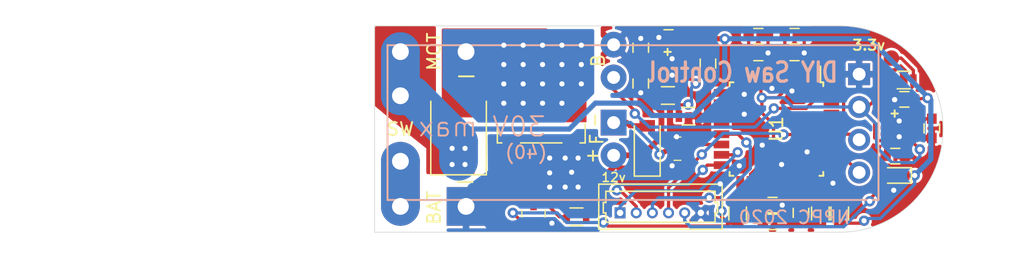
<source format=kicad_pcb>
(kicad_pcb (version 20221018) (generator pcbnew)
  (layers (0 "F.Cu" signal) (31 "B.Cu" signal) (34 "B.Paste" user) (35 "F.Paste" user) (36 "B.SilkS" user "B.Silkscreen") (37 "F.SilkS" user "F.Silkscreen") (38 "B.Mask" user) (39 "F.Mask" user) (44 "Edge.Cuts" user))
  (net 0 "")
  (net 1 "GND")
  (net 2 "+3V3")
  (net 3 "Net-(C2-Pad1)")
  (net 4 "/V_ADC")
  (net 5 "+12V")
  (net 6 "Net-(D1-Pad2)")
  (net 7 "+BATT")
  (net 8 "Net-(D2-Pad2)")
  (net 9 "/BUTTON")
  (net 10 "Net-(J2-Pad2)")
  (net 11 "/PWM")
  (net 12 "Net-(Q1-Pad3)")
  (net 13 "/FAN")
  (net 14 "Net-(U1-Pad1)")
  (net 15 "Net-(U1-Pad2)")
  (net 16 "Net-(U1-Pad7)")
  (net 17 "Net-(U1-Pad8)")
  (net 18 "Net-(U1-Pad9)")
  (net 19 "Net-(U1-Pad10)")
  (net 20 "Net-(U1-Pad11)")
  (net 21 "Net-(U1-Pad12)")
  (net 22 "Net-(U1-Pad19)")
  (net 23 "Net-(U1-Pad22)")
  (net 24 "Net-(U1-Pad24)")
  (net 25 "Net-(U1-Pad25)")
  (net 26 "Net-(U1-Pad26)")
  (net 27 "/SDA")
  (net 28 "/SCL")
  (net 29 "Net-(U1-Pad30)")
  (net 30 "Net-(U1-Pad31)")
  (net 31 "/SCK")
  (net 32 "/MISO")
  (net 33 "/MOSI")
  (net 34 "/RST")
  (net 35 "Net-(C9-Pad1)")
  (net 36 "Net-(U2-Pad4)")
  (net 37 "Net-(U2-Pad1)")
  (net 38 "Net-(U2-Pad3)")
  (net 39 "Net-(C13-Pad1)")
  (net 40 "Net-(R2-Pad2)")
  (net 41 "Net-(U3-Pad4)")
  (net 42 "Net-(U3-Pad1)")
  (net 43 "Net-(U3-Pad3)")
  (net 44 "Net-(D3-Pad2)")
  (footprint "Capacitors_SMD:C_0603" (layer "F.Cu") (at 166.5 96.1)
    (fp_text reference "C1" hide)
    (fp_text value "100n")
  )
  (footprint "Capacitors_SMD:C_0603" (layer "F.Cu") (at 164.8 107.9)
    (fp_text reference "C2" hide)
    (fp_text value "100n")
  )
  (footprint "Capacitors_SMD:C_0603" (layer "F.Cu") (at 163.7 96.1)
    (fp_text reference "C3" hide)
    (fp_text value "100n")
  )
  (footprint "Capacitors_SMD:C_0603" (layer "F.Cu") (at 166.5 94.8)
    (fp_text reference "C4" hide)
    (fp_text value "10uf")
  )
  (footprint "Capacitors_SMD:C_0603" (layer "F.Cu") (at 167 108.5 -90)
    (fp_text reference "C5" hide)
    (fp_text value "100n")
  )
  (footprint "Diodes_SMD:D_SOD-123" (layer "F.Cu") (at 155.1 103.4 90)
    (fp_text reference "D1" hide)
    (fp_text value "1N4148W" hide)
  )
  (footprint "Diodes_SMD:D_SMB" (layer "F.Cu") (at 140.5 102 90)
    (fp_text reference "D2" hide)
    (fp_text value "SS24")
  )
  (footprint "KiCadCustomLibs:Conn2pin_2.54mm" (layer "F.Cu") (at 152.5 96.73 -90)
    (fp_text reference "J1" hide)
    (fp_text value "BUTTON")
  )
  (footprint "KiCadCustomLibs:Conn_Power" (layer "F.Cu") (at 138.54 108 180)
    (fp_text reference "J2" hide)
    (fp_text value "BAT_IN")
  )
  (footprint "KiCadCustomLibs:Conn_Power" (layer "F.Cu") (at 136 101.96 90)
    (fp_text reference "J3" hide)
    (fp_text value "PWR_SW")
  )
  (footprint "KiCadCustomLibs:Conn_Power" (layer "F.Cu") (at 138.54 96)
    (fp_text reference "J5" hide)
    (fp_text value "MOTOR")
  )
  (footprint "KiCadCustomLibs:SC75-3" (layer "F.Cu") (at 146.3 108.65)
    (fp_text reference "Q1" hide)
    (fp_text value "PMR280UN" hide)
  )
  (footprint "Resistors_SMD:R_0603" (layer "F.Cu") (at 170 108.55 90)
    (fp_text reference "R3" hide)
    (fp_text value "100K")
  )
  (footprint "Resistors_SMD:R_0603" (layer "F.Cu") (at 168.5 108.55 -90)
    (fp_text reference "R4" hide)
    (fp_text value "10K")
  )
  (footprint "Resistors_SMD:R_0603" (layer "F.Cu") (at 162.1 108.55 -90)
    (fp_text reference "R5" hide)
    (fp_text value "100K")
  )
  (footprint "Connectors_Molex:Molex_PicoBlade_53047-0610_06x1.25mm_Straight" (layer "F.Cu") (at 153 108.5)
    (fp_text reference "J6" hide)
    (fp_text value "PROG")
  )
  (footprint "TO_SOT_Packages_SMD:TO-252-2_Rectifier" (layer "F.Cu") (at 146.9 100.8 90)
    (fp_text reference "Q3" hide)
    (fp_text value "IRLZ44N")
  )
  (footprint "Housings_QFP:LQFP-32_7x7mm_Pitch0.8mm" (layer "F.Cu") (at 165.1 102 -90)
    (fp_text reference "U1")
    (fp_text value "ATmega8L-8AU" hide)
  )
  (footprint "KiCadCustomLibs:SC75-3" (layer "F.Cu") (at 157.525 103.525 90)
    (fp_text reference "Q2" hide)
    (fp_text value "PMR280UN" hide)
  )
  (footprint "KiCadCustomLibs:Conn2pin_2.54mm" (layer "F.Cu") (at 152.5 102.77 90)
    (fp_text reference "J4" hide)
    (fp_text value "FAN")
  )
  (footprint "Capacitors_SMD:C_0603" (layer "F.Cu") (at 163.7 94.8)
    (fp_text reference "C6" hide)
    (fp_text value "100n")
  )
  (footprint "Capacitors_SMD:C_0603" (layer "F.Cu") (at 164.8 109.2)
    (fp_text reference "C7" hide)
    (fp_text value "10uf")
  )
  (footprint "Capacitors_SMD:C_0603" (layer "F.Cu") (at 154.6 98.47 -90)
    (fp_text reference "C11" hide)
    (fp_text value "1uf")
  )
  (footprint "Capacitors_SMD:C_0603" (layer "F.Cu") (at 154.6 95.7 90)
    (fp_text reference "C12" hide)
    (fp_text value "1uf")
  )
  (footprint "Capacitors_SMD:C_0603" (layer "F.Cu") (at 159.8 96.925 -90)
    (fp_text reference "C13" hide)
    (fp_text value "1uf")
  )
  (footprint "Capacitors_SMD:C_0603" (layer "F.Cu") (at 156.75 94.9 180)
    (fp_text reference "C14" hide)
    (fp_text value "10uf/50V" hide)
  )
  (footprint "Resistors_SMD:R_0603" (layer "F.Cu") (at 156.7 99.4)
    (fp_text reference "R2" hide)
    (fp_text value "820K")
  )
  (footprint "Resistors_SMD:R_0603" (layer "F.Cu") (at 158.3 101)
    (fp_text reference "R7" hide)
    (fp_text value "68K")
  )
  (footprint "KiCadCustomLibs:MAXM15465" (layer "F.Cu") (at 157.024999 97.12)
    (fp_text reference "U3" hide)
    (fp_text value "MAXM15068" hide)
  )
  (footprint "Capacitors_SMD:C_0603" (layer "F.Cu") (at 177.125 101.95 -90)
    (fp_text reference "C9" hide)
    (fp_text value "1uf")
  )
  (footprint "Capacitors_SMD:C_0603" (layer "F.Cu") (at 174.3 104.1)
    (fp_text reference "C8" hide)
    (fp_text value "1uf")
  )
  (footprint "KiCadCustomLibs:MAXM15465" (layer "F.Cu") (at 174.6 101.9)
    (fp_text reference "U2" hide)
    (fp_text value "MAXM15465" hide)
  )
  (footprint "Capacitors_SMD:C_0603" (layer "F.Cu") (at 175 99.7 180)
    (fp_text reference "C10" hide)
    (fp_text value "10uf/50V" hide)
  )
  (footprint "Diodes_SMD:D_SOD-523" (layer "F.Cu") (at 174.4 105.6 180)
    (fp_text reference "D3" hide)
    (fp_text value "RB521S" hide)
  )
  (footprint "Resistors_SMD:R_0603" (layer "F.Cu") (at 174.95 98.2 180)
    (fp_text reference "R1" hide)
    (fp_text value "10K" hide)
  )
  (footprint "Resistors_SMD:R_0603" (layer "F.Cu") (at 149.625 108.8 180)
    (fp_text reference "R6" hide)
    (fp_text value "1K" hide)
  )
  (footprint "KiCadCustomLibs:Test_PAD_0.6" (layer "F.Cu") (at 174 96.5)
    (fp_text reference "REF**" hide)
    (fp_text value "Test_PAD_0.6" hide)
  )
  (footprint "Pin_Headers:Pin_Header_Straight_1x04_Pitch2.54mm" (layer "B.Cu") (at 171.5 97.75 180)
    (fp_text reference "J7" hide)
    (fp_text value "LCD")
  )
  (gr_line (start 135 107.5) (end 135 95.5) (stroke (width 0.15)) (layer "B.SilkS"))
  (gr_line (start 173 95.5) (end 173 107.5) (stroke (width 0.15)) (layer "B.SilkS"))
  (gr_line (start 135 95.5) (end 173 95.5) (stroke (width 0.15)) (layer "B.SilkS"))
  (gr_line (start 173 107.5) (end 135 107.5) (stroke (width 0.15)) (layer "B.SilkS"))
  (gr_line (start 134 94) (end 170 94) (stroke (width 0.05)) (layer "Edge.Cuts"))
  (gr_arc (start 170 94) (mid 178 102) (end 170 110) (stroke (width 0.05)) (layer "Edge.Cuts"))
  (gr_line (start 134 94) (end 134 110) (stroke (width 0.05)) (layer "Edge.Cuts"))
  (gr_line (start 170 110) (end 134 110) (stroke (width 0.05)) (layer "Edge.Cuts"))
  (gr_text "DIY Saw Control" (at 162.51 97.61) (layer "B.SilkS") (effects (font (size 1.5 1.2) (thickness 0.25)) (justify mirror)))
  (gr_text "NPPC 2020" (at 166.49 108.85) (layer "B.SilkS") (effects (font (size 1 1)) (justify mirror)))
  (gr_text "30V max" (at 142.32 101.82) (layer "B.SilkS") (effects (font (size 1.5 1.5)) (justify mirror)))
  (gr_text "(40)" (at 145.73 103.81) (layer "B.SilkS") (effects (font (size 1 1)) (justify mirror)))
  (gr_text "F" (at 151.2 102.8 90) (layer "F.SilkS") (effects (font (size 1 1))))
  (gr_text "B" (at 151.3 96.7 90) (layer "F.SilkS") (effects (font (size 1 1))))
  (gr_text "BAT" (at 138.6 108.1 90) (layer "F.SilkS") (effects (font (size 1 1))))
  (gr_text "-" (at 141 106) (layer "F.SilkS") (effects (font (size 1.5 1.5))))
  (gr_text "MOT" (at 138.6 96 90) (layer "F.SilkS") (effects (font (size 1 1))))
  (gr_text "-" (at 141.1 97.8) (layer "F.SilkS") (effects (font (size 1.5 1.5))))
  (gr_text "-" (at 151 101.3 90) (layer "F.SilkS") (effects (font (size 1 1))))
  (gr_text "12v" (at 152.5 105.75) (layer "F.SilkS") (effects (font (size 0.7 0.7) (thickness 0.12))))
  (gr_text "+" (at 150.9 104) (layer "F.SilkS") (effects (font (size 1 1))))
  (gr_text "SW" (at 136 102) (layer "F.SilkS") (effects (font (size 1 1))))
  (gr_text "3.3v" (at 172.25 95.5) (layer "F.SilkS") (effects (font (size 0.8 0.8))))
  (segment (start 164.45 96.1) (end 164.45 96.1) (width 0.25) (layer "F.Cu") (net 1))
  (segment (start 167.25 96.1) (end 167.25 96.1) (width 0.25) (layer "F.Cu") (net 1))
  (segment (start 156 94.9) (end 156 94.9) (width 0.25) (layer "F.Cu") (net 1))
  (segment (start 157.025 96.55) (end 156.75 95.65) (width 0.25) (layer "F.Cu") (net 1))
  (segment (start 165.55 107.9) (end 165.55 107.3) (width 0.25) (layer "F.Cu") (net 1))
  (segment (start 165.55 107.3) (end 165.5 107.25) (width 0.25) (layer "F.Cu") (net 1))
  (segment (start 164.7 97.75) (end 164.7 98.8) (width 0.25) (layer "F.Cu") (net 1))
  (segment (start 165.55 109.2) (end 165.55 107.9) (width 0.25) (layer "F.Cu") (net 1))
  (segment (start 167.725 109.25) (end 167.775 109.3) (width 0.25) (layer "F.Cu") (net 1))
  (segment (start 156.75 95.65) (end 156 94.9) (width 0.25) (layer "F.Cu") (net 1))
  (segment (start 146.8 109.3) (end 147.725 109.3) (width 0.25) (layer "F.Cu") (net 1))
  (segment (start 166.3 97.75) (end 166.3 97.05) (width 0.25) (layer "F.Cu") (net 1))
  (segment (start 167.775 109.3) (end 168.5 109.3) (width 0.25) (layer "F.Cu") (net 1))
  (segment (start 165.55 107.9) (end 165.55 107.9) (width 0.25) (layer "F.Cu") (net 1))
  (segment (start 165.5 107.25) (end 165.5 106.25) (width 0.25) (layer "F.Cu") (net 1))
  (segment (start 165.55 109.2) (end 166.95 109.2) (width 0.25) (layer "F.Cu") (net 1))
  (segment (start 164.45 96.1) (end 164.45 94.8) (width 0.25) (layer "F.Cu") (net 1))
  (segment (start 164.7 98.8) (end 164.75 98.85) (width 0.25) (layer "F.Cu") (net 1))
  (segment (start 167 109.25) (end 167.725 109.25) (width 0.25) (layer "F.Cu") (net 1))
  (segment (start 158.175 102.8) (end 157.975 102.6) (width 0.25) (layer "F.Cu") (net 1))
  (segment (start 166.3 97.05) (end 167.25 96.1) (width 0.25) (layer "F.Cu") (net 1))
  (segment (start 156.68 96.62) (end 156.75 96.55) (width 0.25) (layer "F.Cu") (net 1))
  (segment (start 164.7 96.9) (end 164.45 96.65) (width 0.25) (layer "F.Cu") (net 1))
  (segment (start 158.175 103.025) (end 158.175 102.8) (width 0.25) (layer "F.Cu") (net 1))
  (segment (start 166.95 109.2) (end 167 109.25) (width 0.25) (layer "F.Cu") (net 1))
  (segment (start 164.7 97.75) (end 164.7 96.9) (width 0.25) (layer "F.Cu") (net 1))
  (segment (start 155.874999 96.62) (end 156.68 96.62) (width 0.25) (layer "F.Cu") (net 1))
  (segment (start 156.75 96.55) (end 157.025 96.55) (width 0.25) (layer "F.Cu") (net 1))
  (segment (start 174.575 101.4) (end 174.6 101.375) (width 0.25) (layer "F.Cu") (net 1))
  (segment (start 173.45 101.4) (end 174.575 101.4) (width 0.25) (layer "F.Cu") (net 1))
  (segment (start 167.25 96.1) (end 167.25 94.8) (width 0.25) (layer "F.Cu") (net 1))
  (segment (start 157.975 102.6) (end 157.375 102.6) (width 0.25) (layer "F.Cu") (net 1))
  (segment (start 164.45 96.65) (end 164.45 96.1) (width 0.25) (layer "F.Cu") (net 1))
  (via (at 162.61 99.31) (size 0.8) (drill 0.4) (layers "F.Cu" "B.Cu") (net 1))
  (via (at 148.75 104.25) (size 0.8) (drill 0.4) (layers "F.Cu" "B.Cu") (net 1))
  (via (at 174.25 99.725) (size 0.8) (drill 0.4) (layers "F.Cu" "B.Cu") (net 1))
  (via (at 174.6 101.375) (size 0.8) (drill 0.4) (layers "F.Cu" "B.Cu") (net 1))
  (via (at 147.725 109.3) (size 0.8) (drill 0.4) (layers "F.Cu" "B.Cu") (net 1))
  (via (at 157.025 97.825) (size 0.8) (drill 0.4) (layers "F.Cu" "B.Cu") (net 1))
  (via (at 154.6 99.19) (size 0.8) (drill 0.4) (layers "F.Cu" "B.Cu") (net 1))
  (via (at 174.25 99.725) (size 0.8) (drill 0.4) (layers "F.Cu" "B.Cu") (net 1))
  (via (at 160.75 106.25) (size 0.8) (drill 0.4) (layers "F.Cu" "B.Cu") (net 1))
  (via (at 164.45 96.1) (size 0.8) (drill 0.4) (layers "F.Cu" "B.Cu") (net 1))
  (via (at 157.025 96.55) (size 0.8) (drill 0.4) (layers "F.Cu" "B.Cu") (net 1))
  (via (at 148.75 106.5) (size 0.8) (drill 0.4) (layers "F.Cu" "B.Cu") (net 1))
  (via (at 149.25 105.35) (size 0.8) (drill 0.4) (layers "F.Cu" "B.Cu") (net 1))
  (via (at 154.6 94.975) (size 0.8) (drill 0.4) (layers "F.Cu" "B.Cu") (net 1))
  (via (at 169.475 106.2) (size 0.8) (drill 0.4) (layers "F.Cu" "B.Cu") (net 1))
  (via (at 165.5 104.75) (size 0.8) (drill 0.4) (layers "F.Cu" "B.Cu") (net 1))
  (via (at 167.475 103.775) (size 0.8) (drill 0.4) (layers "F.Cu" "B.Cu") (net 1))
  (via (at 149.75 106.5) (size 0.8) (drill 0.4) (layers "F.Cu" "B.Cu") (net 1))
  (via (at 164 103.25) (size 0.8) (drill 0.4) (layers "F.Cu" "B.Cu") (net 1))
  (via (at 147.55 106.5) (size 0.8) (drill 0.4) (layers "F.Cu" "B.Cu") (net 1))
  (via (at 156 94.9) (size 0.8) (drill 0.4) (layers "F.Cu" "B.Cu") (net 1))
  (via (at 174.175 106.75) (size 0.8) (drill 0.4) (layers "F.Cu" "B.Cu") (net 1))
  (via (at 149.75 104.25) (size 0.8) (drill 0.4) (layers "F.Cu" "B.Cu") (net 1))
  (via (at 157.025 104.85) (size 0.8) (drill 0.4) (layers "F.Cu" "B.Cu") (net 1))
  (via (at 147.55 105.4) (size 0.8) (drill 0.4) (layers "F.Cu" "B.Cu") (net 1))
  (via (at 165.55 107.9) (size 0.8) (drill 0.4) (layers "F.Cu" "B.Cu") (net 1))
  (via (at 162.225 104.85) (size 0.8) (drill 0.4) (layers "F.Cu" "B.Cu") (net 1))
  (via (at 167.25 96.1) (size 0.8) (drill 0.4) (layers "F.Cu" "B.Cu") (net 1))
  (via (at 162.61 100.85) (size 0.8) (drill 0.4) (layers "F.Cu" "B.Cu") (net 1))
  (via (at 174.6 102.6) (size 0.8) (drill 0.4) (layers "F.Cu" "B.Cu") (net 1))
  (via (at 147.55 104.25) (size 0.8) (drill 0.4) (layers "F.Cu" "B.Cu") (net 1))
  (via (at 157.375 102.6) (size 0.8) (drill 0.4) (layers "F.Cu" "B.Cu") (net 1))
  (via (at 164.75 98.85) (size 0.8) (drill 0.4) (layers "F.Cu" "B.Cu") (net 1))
  (via (at 166.3 99.05) (size 0.8) (drill 0.4) (layers "F.Cu" "B.Cu") (net 1))
  (segment (start 142.75 106.5) (end 141.75 106.275) (width 0.5) (layer "B.Cu") (net 1))
  (segment (start 141.75 106.275) (end 141.45 106.5) (width 0.5) (layer "B.Cu") (net 1))
  (segment (start 142.75 106.5) (end 142.75 109.5) (width 0.4) (layer "B.Cu") (net 1))
  (segment (start 141.08 108) (end 141.25 108) (width 0.25) (layer "B.Cu") (net 1))
  (segment (start 141.08 106.945) (end 141.75 106.275) (width 0.5) (layer "B.Cu") (net 1))
  (segment (start 141.25 108) (end 142.75 106.5) (width 0.25) (layer "B.Cu") (net 1))
  (segment (start 141.08 108) (end 141.08 106.945) (width 0.5) (layer "B.Cu") (net 1))
  (segment (start 163.9 97.05) (end 162.95 96.1) (width 0.25) (layer "F.Cu") (net 2))
  (segment (start 172.7 101.49) (end 171.5 100.29) (width 0.25) (layer "F.Cu") (net 2))
  (segment (start 165.75 96.75) (end 165.75 96.1) (width 0.25) (layer "F.Cu") (net 2))
  (segment (start 163.1 108.775) (end 163.1 108.225) (width 0.25) (layer "F.Cu") (net 2))
  (segment (start 163.1 108.225) (end 162.675 107.8) (width 0.25) (layer "F.Cu") (net 2))
  (segment (start 175.75 103.125) (end 176.2 103.575) (width 0.25) (layer "F.Cu") (net 2))
  (segment (start 163.1 105.5) (end 164.875 103.725) (width 0.25) (layer "F.Cu") (net 2))
  (segment (start 164.875 103.725) (end 164.875 101.65) (width 0.25) (layer "F.Cu") (net 2))
  (segment (start 163.9 97.75) (end 163.9 98.7) (width 0.25) (layer "F.Cu") (net 2))
  (segment (start 162.525 107.8) (end 163.1 107.225) (width 0.25) (layer "F.Cu") (net 2))
  (segment (start 163.975 99.575) (end 165.175 99.575) (width 0.25) (layer "F.Cu") (net 2))
  (segment (start 173.45 102.9) (end 172.925 102.9) (width 0.25) (layer "F.Cu") (net 2))
  (segment (start 175.75 102.9) (end 175.75 103.125) (width 0.25) (layer "F.Cu") (net 2))
  (segment (start 162.675 107.8) (end 162.1 107.8) (width 0.25) (layer "F.Cu") (net 2))
  (segment (start 164.875 101.65) (end 163.975 100.75) (width 0.25) (layer "F.Cu") (net 2))
  (segment (start 175.375 98.975) (end 173.475 98.975) (width 0.25) (layer "F.Cu") (net 2))
  (segment (start 174.75 96.5) (end 175.7 97.45) (width 0.25) (layer "F.Cu") (net 2))
  (segment (start 172.16 100.29) (end 171.5 100.29) (width 0.25) (layer "F.Cu") (net 2))
  (segment (start 165.5 99.25) (end 165.5 97.75) (width 0.25) (layer "F.Cu") (net 2))
  (segment (start 173.55 104.1) (end 173.55 103) (width 0.25) (layer "F.Cu") (net 2))
  (segment (start 164.05 109.2) (end 163.525 109.2) (width 0.25) (layer "F.Cu") (net 2))
  (segment (start 165.75 96.1) (end 165.75 94.8) (width 0.25) (layer "F.Cu") (net 2))
  (segment (start 175.7 98.2) (end 175.7 98.65) (width 0.25) (layer "F.Cu") (net 2))
  (segment (start 174 96.5) (end 174.75 96.5) (width 0.25) (layer "F.Cu") (net 2))
  (segment (start 175.7 97.45) (end 175.7 98.2) (width 0.25) (layer "F.Cu") (net 2))
  (segment (start 165.5 97) (end 165.75 96.75) (width 0.25) (layer "F.Cu") (net 2))
  (segment (start 162.95 96.1) (end 162.95 94.8) (width 0.25) (layer "F.Cu") (net 2))
  (segment (start 172.925 102.9) (end 172.7 102.675) (width 0.25) (layer "F.Cu") (net 2))
  (segment (start 163.525 109.2) (end 163.1 108.775) (width 0.25) (layer "F.Cu") (net 2))
  (segment (start 163.9 97.75) (end 163.9 97.05) (width 0.25) (layer "F.Cu") (net 2))
  (segment (start 163.1 106.25) (end 163.1 105.5) (width 0.25) (layer "F.Cu") (net 2))
  (segment (start 165.175 99.575) (end 165.5 99.25) (width 0.25) (layer "F.Cu") (net 2))
  (segment (start 173.55 103) (end 173.45 102.9) (width 0.25) (layer "F.Cu") (net 2))
  (segment (start 163.1 107.225) (end 163.1 106.25) (width 0.25) (layer "F.Cu") (net 2))
  (segment (start 172.7 102.675) (end 172.7 101.49) (width 0.25) (layer "F.Cu") (net 2))
  (segment (start 163.975 100.75) (end 163.975 99.575) (width 0.25) (layer "F.Cu") (net 2))
  (segment (start 175.7 98.65) (end 175.375 98.975) (width 0.25) (layer "F.Cu") (net 2))
  (segment (start 173.475 98.975) (end 172.16 100.29) (width 0.25) (layer "F.Cu") (net 2))
  (segment (start 163.975 99.575) (end 163.9 99.5) (width 0.25) (layer "F.Cu") (net 2))
  (segment (start 165.5 97.75) (end 165.5 97) (width 0.25) (layer "F.Cu") (net 2))
  (segment (start 162.1 107.8) (end 162.525 107.8) (width 0.25) (layer "F.Cu") (net 2))
  (segment (start 163.9 99.5) (end 163.9 97.75) (width 0.25) (layer "F.Cu") (net 2))
  (via (at 163.975 99.575) (size 0.8) (drill 0.4) (layers "F.Cu" "B.Cu") (net 2))
  (via (at 176.2 103.575) (size 0.8) (drill 0.4) (layers "F.Cu" "B.Cu") (net 2))
  (segment (start 172.85 101.64) (end 171.5 100.29) (width 0.25) (layer "B.Cu") (net 2))
  (segment (start 176.2 103.575) (end 176.2 104.125) (width 0.25) (layer "B.Cu") (net 2))
  (segment (start 174.05 104.6) (end 172.85 103.4) (width 0.25) (layer "B.Cu") (net 2))
  (segment (start 176.2 104.125) (end 175.725 104.6) (width 0.25) (layer "B.Cu") (net 2))
  (segment (start 171.5 100.29) (end 166.365 100.29) (width 0.25) (layer "B.Cu") (net 2))
  (segment (start 165.65 99.575) (end 163.975 99.575) (width 0.25) (layer "B.Cu") (net 2))
  (segment (start 166.365 100.29) (end 165.65 99.575) (width 0.25) (layer "B.Cu") (net 2))
  (segment (start 172.85 103.4) (end 172.85 101.64) (width 0.25) (layer "B.Cu") (net 2))
  (segment (start 175.725 104.6) (end 174.05 104.6) (width 0.25) (layer "B.Cu") (net 2))
  (segment (start 164.7 107.175) (end 164.7 106.25) (width 0.25) (layer "F.Cu") (net 3))
  (segment (start 164.05 107.9) (end 164.05 107.825) (width 0.25) (layer "F.Cu") (net 3))
  (segment (start 164.05 107.825) (end 164.7 107.175) (width 0.25) (layer "F.Cu") (net 3))
  (segment (start 167.1 107.125) (end 167 107.225) (width 0.25) (layer "F.Cu") (net 4))
  (segment (start 167.1 106.25) (end 167.1 107.125) (width 0.25) (layer "F.Cu") (net 4))
  (segment (start 168.5 107.8) (end 170 107.8) (width 0.25) (layer "F.Cu") (net 4))
  (segment (start 167 107.75) (end 168.45 107.75) (width 0.25) (layer "F.Cu") (net 4))
  (segment (start 168.45 107.75) (end 168.5 107.8) (width 0.25) (layer "F.Cu") (net 4))
  (segment (start 167 107.225) (end 167 107.75) (width 0.25) (layer "F.Cu") (net 4))
  (segment (start 152.5 104.04) (end 152.5 104.6) (width 0.45) (layer "F.Cu") (net 5))
  (segment (start 154.735 104.04) (end 152.5 104.04) (width 0.45) (layer "F.Cu") (net 5))
  (segment (start 152.5 104.95) (end 150.975 106.475) (width 0.45) (layer "F.Cu") (net 5))
  (segment (start 155.95 99.4) (end 155.95 100.425) (width 0.45) (layer "F.Cu") (net 5))
  (segment (start 156.2 102.575) (end 154.735 104.04) (width 0.45) (layer "F.Cu") (net 5))
  (segment (start 155.445 98.12) (end 155.175 97.85) (width 0.25) (layer "F.Cu") (net 5))
  (segment (start 154.6 97.85) (end 154.6 96.45) (width 0.45) (layer "F.Cu") (net 5))
  (segment (start 155.95 99.4) (end 155.95 98.9) (width 0.45) (layer "F.Cu") (net 5))
  (segment (start 150.975 106.475) (end 150.975 108.2) (width 0.45) (layer "F.Cu") (net 5))
  (segment (start 155.95 100.425) (end 156.2 100.675) (width 0.45) (layer "F.Cu") (net 5))
  (segment (start 150.975 108.2) (end 150.375 108.8) (width 0.45) (layer "F.Cu") (net 5))
  (segment (start 156.2 100.675) (end 156.2 102.575) (width 0.45) (layer "F.Cu") (net 5))
  (segment (start 155.95 98.9) (end 155.874999 98.824999) (width 0.45) (layer "F.Cu") (net 5))
  (segment (start 152.95 105.05) (end 155.1 105.05) (width 0.45) (layer "F.Cu") (net 5))
  (segment (start 152.5 104.04) (end 152.5 104.95) (width 0.45) (layer "F.Cu") (net 5))
  (segment (start 155.175 97.85) (end 154.6 97.85) (width 0.25) (layer "F.Cu") (net 5))
  (segment (start 155.874999 98.824999) (end 155.874999 98.12) (width 0.25) (layer "F.Cu") (net 5))
  (segment (start 155.874999 98.12) (end 155.445 98.12) (width 0.25) (layer "F.Cu") (net 5))
  (segment (start 152.5 104.6) (end 152.95 105.05) (width 0.45) (layer "F.Cu") (net 5))
  (segment (start 152.5 101.5) (end 153.525 101.5) (width 0.4) (layer "F.Cu") (net 6))
  (segment (start 153.775 101.75) (end 155.1 101.75) (width 0.4) (layer "F.Cu") (net 6))
  (segment (start 156.875 103.525) (end 156.05 103.975) (width 0.4) (layer "F.Cu") (net 6))
  (segment (start 153.525 101.5) (end 153.775 101.75) (width 0.4) (layer "F.Cu") (net 6))
  (via (at 156.05 103.975) (size 0.8) (drill 0.4) (layers "F.Cu" "B.Cu") (net 6))
  (segment (start 156.05 103.725) (end 153.825 101.5) (width 0.25) (layer "B.Cu") (net 6))
  (segment (start 156.05 103.975) (end 156.05 103.725) (width 0.25) (layer "B.Cu") (net 6))
  (segment (start 153.825 101.5) (end 152.5 101.5) (width 0.25) (layer "B.Cu") (net 6))
  (segment (start 175.1 105.6) (end 175.8 105.6) (width 0.25) (layer "F.Cu") (net 7))
  (segment (start 171.7 109.3) (end 170 109.3) (width 0.25) (layer "F.Cu") (net 7))
  (segment (start 157.5 94.9) (end 157.5 95.125) (width 0.25) (layer "F.Cu") (net 7))
  (segment (start 176.8 99.6) (end 175.75 99.7) (width 0.25) (layer "F.Cu") (net 7))
  (segment (start 175.75 101.9) (end 175.75 100.9) (width 0.25) (layer "F.Cu") (net 7))
  (segment (start 175.75 100.9) (end 175.75 99.7) (width 0.25) (layer "F.Cu") (net 7))
  (segment (start 157.5 95.125) (end 158.174999 95.799999) (width 0.25) (layer "F.Cu") (net 7))
  (segment (start 171.88 109.11) (end 171.7 109.3) (width 0.25) (layer "F.Cu") (net 7))
  (segment (start 161.1 95) (end 157.6 95) (width 0.4) (layer "F.Cu") (net 7))
  (segment (start 158.174999 95.799999) (end 158.174999 97.12) (width 0.25) (layer "F.Cu") (net 7))
  (segment (start 157.6 95) (end 157.5 94.9) (width 0.25) (layer "F.Cu") (net 7))
  (via (at 141 103.5) (size 0.8) (drill 0.4) (layers "F.Cu" "B.Cu") (net 7))
  (via (at 141 104.75) (size 0.8) (drill 0.4) (layers "F.Cu" "B.Cu") (net 7))
  (via (at 161.1 95) (size 0.8) (drill 0.4) (layers "F.Cu" "B.Cu") (net 7))
  (via (at 140 103.5) (size 0.8) (drill 0.4) (layers "F.Cu" "B.Cu") (net 7))
  (via (at 140 104.75) (size 0.8) (drill 0.4) (layers "F.Cu" "B.Cu") (net 7))
  (via (at 175.8 105.6) (size 0.8) (drill 0.4) (layers "F.Cu" "B.Cu") (net 7))
  (via (at 176.8 99.6) (size 0.8) (drill 0.4) (layers "F.Cu" "B.Cu") (net 7))
  (via (at 171.88 109.11) (size 0.8) (drill 0.4) (layers "F.Cu" "B.Cu") (net 7))
  (segment (start 158.65 100.95) (end 161.1 98.5) (width 0.4) (layer "B.Cu") (net 7))
  (segment (start 154.49 99.99) (end 155.45 100.95) (width 0.4) (layer "B.Cu") (net 7))
  (segment (start 138.58 102) (end 149.075 102) (width 0.4) (layer "B.Cu") (net 7))
  (segment (start 173.135 108.94) (end 175.8 106.275) (width 0.25) (layer "B.Cu") (net 7))
  (segment (start 136 99.42) (end 138.58 102) (width 0.25) (layer "B.Cu") (net 7))
  (segment (start 136 96) (end 136 99.42) (width 3) (layer "B.Cu") (net 7))
  (segment (start 161.1 98.5) (end 161.1 95) (width 0.4) (layer "B.Cu") (net 7))
  (segment (start 155.45 100.95) (end 158.65 100.95) (width 0.4) (layer "B.Cu") (net 7))
  (segment (start 177.05 99.75) (end 177.05 104.35) (width 0.4) (layer "B.Cu") (net 7))
  (segment (start 175.8 106.275) (end 175.8 105.6) (width 0.25) (layer "B.Cu") (net 7))
  (segment (start 172.05 108.94) (end 173.135 108.94) (width 0.25) (layer "B.Cu") (net 7))
  (segment (start 177.05 104.35) (end 175.8 105.6) (width 0.4) (layer "B.Cu") (net 7))
  (segment (start 149.075 102) (end 151.085 99.99) (width 0.4) (layer "B.Cu") (net 7))
  (segment (start 151.085 99.99) (end 154.49 99.99) (width 0.4) (layer "B.Cu") (net 7))
  (segment (start 171.88 109.11) (end 172.05 108.94) (width 0.25) (layer "B.Cu") (net 7))
  (segment (start 140.5 103) (end 140.5 104.5) (width 3) (layer "B.Cu") (net 7))
  (segment (start 136 99.42) (end 136.92 99.42) (width 3) (layer "B.Cu") (net 7))
  (segment (start 161.1 95) (end 172.3 95) (width 0.4) (layer "B.Cu") (net 7))
  (segment (start 136.92 99.42) (end 140.5 103) (width 3) (layer "B.Cu") (net 7))
  (segment (start 172.3 95) (end 177.05 99.75) (width 0.4) (layer "B.Cu") (net 7))
  (via (at 147 100) (size 0.8) (drill 0.4) (layers "F.Cu" "B.Cu") (net 8))
  (via (at 145.5 97) (size 0.8) (drill 0.4) (layers "F.Cu" "B.Cu") (net 8))
  (via (at 148.5 98.5) (size 0.8) (drill 0.4) (layers "F.Cu" "B.Cu") (net 8))
  (via (at 145.5 100) (size 0.8) (drill 0.4) (layers "F.Cu" "B.Cu") (net 8))
  (via (at 150 98.5) (size 0.8) (drill 0.4) (layers "F.Cu" "B.Cu") (net 8))
  (via (at 145.5 98.5) (size 0.8) (drill 0.4) (layers "F.Cu" "B.Cu") (net 8))
  (via (at 150 95.5) (size 0.8) (drill 0.4) (layers "F.Cu" "B.Cu") (net 8))
  (via (at 144 100) (size 0.8) (drill 0.4) (layers "F.Cu" "B.Cu") (net 8))
  (via (at 144 97) (size 0.8) (drill 0.4) (layers "F.Cu" "B.Cu") (net 8))
  (via (at 147 98.5) (size 0.8) (drill 0.4) (layers "F.Cu" "B.Cu") (net 8))
  (via (at 148.5 97) (size 0.8) (drill 0.4) (layers "F.Cu" "B.Cu") (net 8))
  (via (at 144 95.5) (size 0.8) (drill 0.4) (layers "F.Cu" "B.Cu") (net 8))
  (via (at 148.5 95.5) (size 0.8) (drill 0.4) (layers "F.Cu" "B.Cu") (net 8))
  (via (at 150 97) (size 0.8) (drill 0.4) (layers "F.Cu" "B.Cu") (net 8))
  (via (at 145.5 95.5) (size 0.8) (drill 0.4) (layers "F.Cu" "B.Cu") (net 8))
  (via (at 147 97) (size 0.8) (drill 0.4) (layers "F.Cu" "B.Cu") (net 8))
  (via (at 147 95.5) (size 0.8) (drill 0.4) (layers "F.Cu" "B.Cu") (net 8))
  (via (at 144 98.5) (size 0.8) (drill 0.4) (layers "F.Cu" "B.Cu") (net 8))
  (via (at 148.5 100) (size 0.8) (drill 0.4) (layers "F.Cu" "B.Cu") (net 8))
  (segment (start 164.9 100.4) (end 167.4 100.4) (width 0.25) (layer "F.Cu") (net 9))
  (segment (start 167.4 100.4) (end 168.6 99.2) (width 0.25) (layer "F.Cu") (net 9))
  (segment (start 168.6 99.2) (end 169.35 99.2) (width 0.25) (layer "F.Cu") (net 9))
  (segment (start 154.175 100.625) (end 152.5 98.95) (width 0.25) (layer "F.Cu") (net 9))
  (segment (start 152.5 98.95) (end 152.5 98) (width 0.25) (layer "F.Cu") (net 9))
  (segment (start 154.14 100.81) (end 154.175 100.625) (width 0.25) (layer "F.Cu") (net 9))
  (via (at 164.9 100.4) (size 0.8) (drill 0.4) (layers "F.Cu" "B.Cu") (net 9))
  (via (at 154.14 100.81) (size 0.8) (drill 0.4) (layers "F.Cu" "B.Cu") (net 9))
  (segment (start 154.14 100.81) (end 155.275 101.85) (width 0.25) (layer "B.Cu") (net 9))
  (segment (start 155.275 101.85) (end 163.45 101.85) (width 0.25) (layer "B.Cu") (net 9))
  (segment (start 163.45 101.85) (end 164.9 100.4) (width 0.25) (layer "B.Cu") (net 9))
  (segment (start 136 104.5) (end 136 108) (width 3) (layer "B.Cu") (net 10))
  (segment (start 161.35 109.3) (end 160.85 108.8) (width 0.25) (layer "F.Cu") (net 11))
  (segment (start 152.05 109.525) (end 161.2 109.525) (width 0.25) (layer "F.Cu") (net 11))
  (segment (start 162.1 109.3) (end 161.35 109.3) (width 0.25) (layer "F.Cu") (net 11))
  (segment (start 161.2 109.525) (end 161.425 109.3) (width 0.25) (layer "F.Cu") (net 11))
  (segment (start 145.5 109.3) (end 144.7 108.5) (width 0.25) (layer "F.Cu") (net 11))
  (segment (start 145.8 109.3) (end 145.5 109.3) (width 0.25) (layer "F.Cu") (net 11))
  (segment (start 161.425 109.3) (end 162.1 109.3) (width 0.25) (layer "F.Cu") (net 11))
  (segment (start 162.775 103.05) (end 162.125 102.4) (width 0.25) (layer "F.Cu") (net 11))
  (segment (start 160.85 108.8) (end 160.85 108.35) (width 0.25) (layer "F.Cu") (net 11))
  (segment (start 151.725 109.25) (end 152.05 109.525) (width 0.25) (layer "F.Cu") (net 11))
  (segment (start 162.125 102.4) (end 160.85 102.4) (width 0.25) (layer "F.Cu") (net 11))
  (via (at 151.725 109.25) (size 0.8) (drill 0.4) (layers "F.Cu" "B.Cu") (net 11))
  (via (at 162.775 103.05) (size 0.8) (drill 0.4) (layers "F.Cu" "B.Cu") (net 11))
  (via (at 144.7 108.5) (size 0.8) (drill 0.4) (layers "F.Cu" "B.Cu") (net 11))
  (via (at 160.85 108.35) (size 0.8) (drill 0.4) (layers "F.Cu" "B.Cu") (net 11))
  (segment (start 163.075 105.075) (end 160.85 107.3) (width 0.25) (layer "B.Cu") (net 11))
  (segment (start 148.875 109.25) (end 151.725 109.25) (width 0.25) (layer "B.Cu") (net 11))
  (segment (start 144.7 108.5) (end 148.125 108.5) (width 0.25) (layer "B.Cu") (net 11))
  (segment (start 160.85 107.3) (end 160.85 108.35) (width 0.25) (layer "B.Cu") (net 11))
  (segment (start 163.075 103.35) (end 163.075 105.075) (width 0.25) (layer "B.Cu") (net 11))
  (segment (start 148.125 108.5) (end 148.875 109.25) (width 0.25) (layer "B.Cu") (net 11))
  (segment (start 162.775 103.05) (end 163.075 103.35) (width 0.25) (layer "B.Cu") (net 11))
  (segment (start 145.3 108) (end 144.6 107.3) (width 0.25) (layer "F.Cu") (net 12))
  (segment (start 148.875 108.8) (end 148.3 108.8) (width 0.25) (layer "F.Cu") (net 12))
  (segment (start 148.3 108.8) (end 147.5 108) (width 0.25) (layer "F.Cu") (net 12))
  (segment (start 144.6 107.3) (end 144.6 105.375) (width 0.25) (layer "F.Cu") (net 12))
  (segment (start 147.5 108) (end 145.3 108) (width 0.25) (layer "F.Cu") (net 12))
  (segment (start 160.85 103.2) (end 159.05 103.2) (width 0.25) (layer "F.Cu") (net 13))
  (segment (start 159.05 103.2) (end 158.225 104.025) (width 0.25) (layer "F.Cu") (net 13))
  (segment (start 158.225 104.025) (end 158.175 104.025) (width 0.25) (layer "F.Cu") (net 13))
  (segment (start 170.025 103.2) (end 170.425 103.6) (width 0.25) (layer "F.Cu") (net 27))
  (segment (start 169.35 103.2) (end 170.025 103.2) (width 0.25) (layer "F.Cu") (net 27))
  (segment (start 170.425 103.6) (end 170.425 104.295) (width 0.25) (layer "F.Cu") (net 27))
  (segment (start 170.425 104.295) (end 171.5 105.37) (width 0.25) (layer "F.Cu") (net 27))
  (segment (start 169.35 102.4) (end 171.07 102.4) (width 0.25) (layer "F.Cu") (net 28))
  (segment (start 171.07 102.4) (end 171.5 102.83) (width 0.25) (layer "F.Cu") (net 28))
  (segment (start 162.3 106.25) (end 161.875 106.25) (width 0.25) (layer "F.Cu") (net 31))
  (segment (start 160.8 107.325) (end 159.9 107.325) (width 0.25) (layer "F.Cu") (net 31))
  (segment (start 161.875 106.25) (end 160.8 107.325) (width 0.25) (layer "F.Cu") (net 31))
  (via (at 159.9 107.325) (size 0.8) (drill 0.4) (layers "F.Cu" "B.Cu") (net 31))
  (segment (start 155.5 107.8) (end 155.5 108.5) (width 0.25) (layer "B.Cu") (net 31))
  (segment (start 159.9 107.325) (end 155.975 107.325) (width 0.25) (layer "B.Cu") (net 31))
  (segment (start 155.975 107.325) (end 155.5 107.8) (width 0.25) (layer "B.Cu") (net 31))
  (segment (start 159.75 104.8) (end 160.85 104.8) (width 0.25) (layer "F.Cu") (net 32))
  (segment (start 153 106.75) (end 154.25 108) (width 0.25) (layer "F.Cu") (net 32))
  (segment (start 159.4 105.175) (end 159.75 104.8) (width 0.25) (layer "F.Cu") (net 32))
  (segment (start 154.25 108) (end 154.25 108.5) (width 0.25) (layer "F.Cu") (net 32))
  (segment (start 152.75 106.75) (end 153 106.75) (width 0.25) (layer "F.Cu") (net 32))
  (via (at 159.4 105.175) (size 0.8) (drill 0.4) (layers "F.Cu" "B.Cu") (net 32))
  (via (at 152.75 106.75) (size 0.8) (drill 0.4) (layers "F.Cu" "B.Cu") (net 32))
  (segment (start 152.75 106.75) (end 152.75 106.45349) (width 0.25) (layer "B.Cu") (net 32))
  (segment (start 152.75 106.45349) (end 152.90349 106.3) (width 0.25) (layer "B.Cu") (net 32))
  (segment (start 158.275 106.3) (end 159.4 105.175) (width 0.25) (layer "B.Cu") (net 32))
  (segment (start 152.90349 106.3) (end 158.275 106.3) (width 0.25) (layer "B.Cu") (net 32))
  (segment (start 161.95 104) (end 160.85 104) (width 0.25) (layer "F.Cu") (net 33))
  (segment (start 162.1 103.8) (end 161.95 104) (width 0.25) (layer "F.Cu") (net 33))
  (via (at 162.1 103.8) (size 0.8) (drill 0.4) (layers "F.Cu" "B.Cu") (net 33))
  (segment (start 162.1 103.85) (end 159.15 106.8) (width 0.25) (layer "B.Cu") (net 33))
  (segment (start 154.2 106.8) (end 153 108) (width 0.25) (layer "B.Cu") (net 33))
  (segment (start 162.1 103.8) (end 162.1 103.85) (width 0.25) (layer "B.Cu") (net 33))
  (segment (start 159.15 106.8) (end 154.2 106.8) (width 0.25) (layer "B.Cu") (net 33))
  (segment (start 153 108) (end 153 108.5) (width 0.25) (layer "B.Cu") (net 33))
  (segment (start 156.75 108.5) (end 156.75 106.55) (width 0.25) (layer "F.Cu") (net 34))
  (segment (start 156.75 106.55) (end 158.95 104.35) (width 0.25) (layer "F.Cu") (net 34))
  (segment (start 170.3 101.25) (end 170.3 99.475) (width 0.25) (layer "F.Cu") (net 34))
  (segment (start 170.75 99.025) (end 172.425 99.025) (width 0.25) (layer "F.Cu") (net 34))
  (segment (start 172.425 99.025) (end 173.25 98.2) (width 0.25) (layer "F.Cu") (net 34))
  (segment (start 167.825 101.6) (end 169.35 101.6) (width 0.25) (layer "F.Cu") (net 34))
  (segment (start 165.65 102.425) (end 167 102.425) (width 0.25) (layer "F.Cu") (net 34))
  (segment (start 170.3 99.475) (end 170.75 99.025) (width 0.25) (layer "F.Cu") (net 34))
  (segment (start 167 102.425) (end 167.825 101.6) (width 0.25) (layer "F.Cu") (net 34))
  (segment (start 169.95 101.6) (end 170.3 101.25) (width 0.25) (layer "F.Cu") (net 34))
  (segment (start 173.25 98.2) (end 174.2 98.2) (width 0.25) (layer "F.Cu") (net 34))
  (segment (start 169.35 101.6) (end 169.95 101.6) (width 0.25) (layer "F.Cu") (net 34))
  (segment (start 158.95 104.35) (end 159.325 103.975) (width 0.25) (layer "F.Cu") (net 34))
  (via (at 165.65 102.425) (size 0.8) (drill 0.4) (layers "F.Cu" "B.Cu") (net 34))
  (via (at 159.325 103.975) (size 0.8) (drill 0.4) (layers "F.Cu" "B.Cu") (net 34))
  (segment (start 165.65 102.425) (end 165.55 102.325) (width 0.25) (layer "B.Cu") (net 34))
  (segment (start 160.975 102.325) (end 159.325 103.975) (width 0.25) (layer "B.Cu") (net 34))
  (segment (start 165.55 102.325) (end 160.975 102.325) (width 0.25) (layer "B.Cu") (net 34))
  (segment (start 176.45 102.125) (end 176.45 101.425) (width 0.25) (layer "F.Cu") (net 35))
  (segment (start 176.45 101.425) (end 176.675 101.2) (width 0.25) (layer "F.Cu") (net 35))
  (segment (start 176.175 102.4) (end 176.45 102.125) (width 0.25) (layer "F.Cu") (net 35))
  (segment (start 175.75 102.4) (end 176.175 102.4) (width 0.25) (layer "F.Cu") (net 35))
  (segment (start 176.675 101.2) (end 177.125 101.2) (width 0.25) (layer "F.Cu") (net 35))
  (segment (start 159.15 96.175) (end 159.575 96.175) (width 0.25) (layer "F.Cu") (net 39))
  (segment (start 158.875 97.375) (end 158.875 96.45) (width 0.25) (layer "F.Cu") (net 39))
  (segment (start 158.63 97.62) (end 158.875 97.375) (width 0.25) (layer "F.Cu") (net 39))
  (segment (start 158.875 96.45) (end 159.15 96.175) (width 0.25) (layer "F.Cu") (net 39))
  (segment (start 158.174999 97.62) (end 158.63 97.62) (width 0.25) (layer "F.Cu") (net 39))
  (segment (start 159.575 96.175) (end 159.8 96.4) (width 0.25) (layer "F.Cu") (net 39))
  (segment (start 158.275 100.1) (end 158.25 100.125) (width 0.25) (layer "F.Cu") (net 40))
  (segment (start 157.55 99.5) (end 157.45 99.4) (width 0.25) (layer "F.Cu") (net 40))
  (segment (start 157.625 100.125) (end 157.45 99.95) (width 0.25) (layer "F.Cu") (net 40))
  (segment (start 158.174999 98.12) (end 158.495 98.12) (width 0.25) (layer "F.Cu") (net 40))
  (segment (start 158.25 100.125) (end 157.625 100.125) (width 0.25) (layer "F.Cu") (net 40))
  (segment (start 157.55 101) (end 157.55 99.5) (width 0.25) (layer "F.Cu") (net 40))
  (segment (start 157.45 99.95) (end 157.45 99.4) (width 0.25) (layer "F.Cu") (net 40))
  (segment (start 158.495 98.12) (end 158.85 98.475) (width 0.25) (layer "F.Cu") (net 40))
  (via (at 158.85 98.475) (size 0.8) (drill 0.4) (layers "F.Cu" "B.Cu") (net 40))
  (via (at 158.275 100.1) (size 0.8) (drill 0.4) (layers "F.Cu" "B.Cu") (net 40))
  (segment (start 158.525 99.85) (end 158.275 100.1) (width 0.25) (layer "B.Cu") (net 40))
  (segment (start 158.85 98.475) (end 158.525 98.8) (width 0.25) (layer "B.Cu") (net 40))
  (segment (start 158.525 98.8) (end 158.525 99.85) (width 0.25) (layer "B.Cu") (net 40))
  (segment (start 172.32 107.6) (end 172.32 107.44) (width 0.25) (layer "F.Cu") (net 44))
  (segment (start 172.32 107.44) (end 173.7 106.06) (width 0.25) (layer "F.Cu") (net 44))
  (segment (start 173.7 106.06) (end 173.7 105.6) (width 0.25) (layer "F.Cu") (net 44))
  (via (at 172.32 107.6) (size 0.8) (drill 0.4) (layers "F.Cu" "B.Cu") (net 44))
  (segment (start 158.45 109.575) (end 158 109.125) (width 0.25) (layer "B.Cu") (net 44))
  (segment (start 170.305 109.575) (end 158.45 109.575) (width 0.25) (layer "B.Cu") (net 44))
  (segment (start 158 109.125) (end 158 108.5) (width 0.25) (layer "B.Cu") (net 44))
  (segment (start 172.28 107.6) (end 170.305 109.575) (width 0.25) (layer "B.Cu") (net 44))
  (segment (start 172.32 107.6) (end 172.28 107.6) (width 0.25) (layer "B.Cu") (net 44))
  (zone (net 1) (net_name "GND") (layer "F.Cu") (connect_pads (clearance 0.2)) (min_thickness 0.254) (fill yes (thermal_gap 0.2) (thermal_bridge_width 0.508))
    (polygon (pts (xy 178.5 110) (xy 151.5 110) (xy 151.5 94) (xy 178.5 94)))
  )
  (zone (net 10) (net_name "Net-(J2-Pad2)") (layer "F.Cu") (connect_pads yes (clearance 0.2)) (min_thickness 0.254) (fill yes (thermal_gap 0.2) (thermal_bridge_width 0.508))
    (polygon (pts (xy 137.5 108) (xy 134.5 108) (xy 134.5 104.25) (xy 137.5 104.25)))
  )
  (zone (net 8) (net_name "Net-(D2-Pad2)") (layer "F.Cu") (connect_pads yes (clearance 0.2)) (min_thickness 0.254) (fill yes (thermal_gap 0.2) (thermal_bridge_width 0.508))
    (polygon (pts (xy 147.4 101) (xy 139.2 101) (xy 139.2 94.2) (xy 147.4 94.2)))
  )
  (zone (net 1) (net_name "GND") (layer "F.Cu") (connect_pads yes (clearance 0.2)) (min_thickness 0.254) (fill yes (thermal_gap 0.2) (thermal_bridge_width 0.508))
    (polygon (pts (xy 150.25 107.25) (xy 147 107.25) (xy 147 103.5) (xy 150.25 103.5)))
  )
  (zone (net 7) (net_name "+BATT") (layer "F.Cu") (connect_pads yes (clearance 0.2)) (min_thickness 0.254) (fill yes (thermal_gap 0.2) (thermal_bridge_width 0.508))
    (polygon (pts (xy 138.75 101) (xy 140.5 102.75) (xy 141.75 102.75) (xy 141.75 105.5) (xy 138 105.5) (xy 138 103.5) (xy 136.75 102.5) (xy 134 100.2) (xy 134 94) (xy 138.75 94)))
  )
  (zone (net 8) (net_name "Net-(D2-Pad2)") (layer "B.Cu") (connect_pads yes (clearance 0.2)) (min_thickness 0.254) (fill yes (thermal_gap 0.2) (thermal_bridge_width 0.508))
    (polygon (pts (xy 151 99.25) (xy 148.75 101.5) (xy 142 101.5) (xy 139.25 98.75) (xy 139.25 94.25) (xy 151 94.25)))
  )
  (zone (net 1) (net_name "GND") (layer "B.Cu") (connect_pads (clearance 0.2)) (min_thickness 0.254) (fill yes (thermal_gap 0.2) (thermal_bridge_width 0.508))
    (polygon (pts (xy 178 110) (xy 139.5 110) (xy 140.75 106.7) (xy 142.775 105.225) (xy 142.75 102) (xy 152.25 102) (xy 152.25 94) (xy 178 94)))
  )
)
</source>
